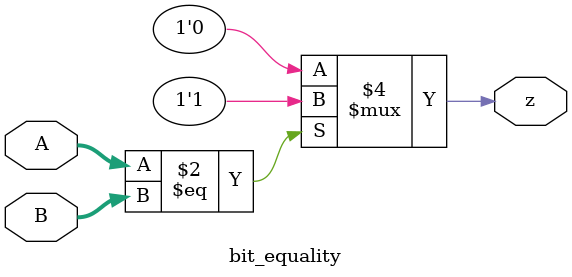
<source format=v>
module bit_equality ( input [1:0] A, input [1:0] B, output reg z ); 
    always @(*)
        if ( A==B)
            z=1;
    else z=0;
endmodule

</source>
